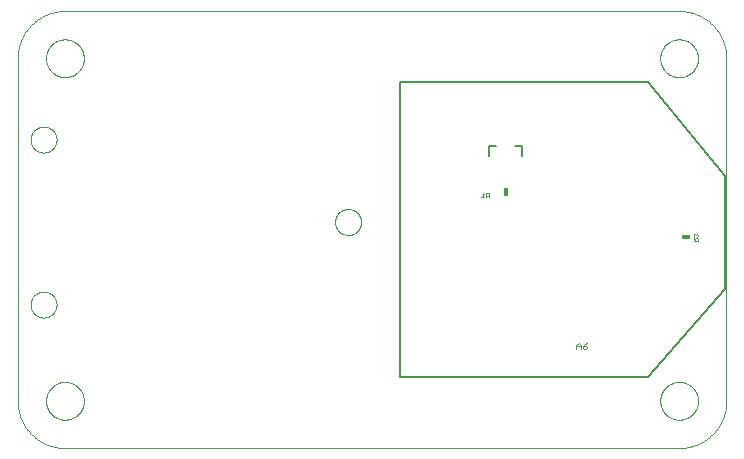
<source format=gbo>
G75*
%MOIN*%
%OFA0B0*%
%FSLAX25Y25*%
%IPPOS*%
%LPD*%
%AMOC8*
5,1,8,0,0,1.08239X$1,22.5*
%
%ADD10C,0.00200*%
%ADD11C,0.00000*%
%ADD12R,0.01600X0.02800*%
%ADD13C,0.00100*%
%ADD14C,0.00800*%
%ADD15C,0.00500*%
%ADD16R,0.02800X0.01600*%
D10*
X0230076Y0067091D02*
X0230076Y0068559D01*
X0230810Y0069293D01*
X0231544Y0068559D01*
X0231544Y0067091D01*
X0232286Y0067458D02*
X0232653Y0067091D01*
X0233387Y0067091D01*
X0233754Y0067458D01*
X0233754Y0067825D01*
X0233387Y0068192D01*
X0232286Y0068192D01*
X0232286Y0067458D01*
X0232286Y0068192D02*
X0233020Y0068926D01*
X0233754Y0069293D01*
X0231544Y0068192D02*
X0230076Y0068192D01*
D11*
X0264339Y0034156D02*
X0059614Y0034156D01*
X0053315Y0049904D02*
X0053317Y0050062D01*
X0053323Y0050220D01*
X0053333Y0050378D01*
X0053347Y0050536D01*
X0053365Y0050693D01*
X0053386Y0050850D01*
X0053412Y0051006D01*
X0053442Y0051162D01*
X0053475Y0051317D01*
X0053513Y0051470D01*
X0053554Y0051623D01*
X0053599Y0051775D01*
X0053648Y0051926D01*
X0053701Y0052075D01*
X0053757Y0052223D01*
X0053817Y0052369D01*
X0053881Y0052514D01*
X0053949Y0052657D01*
X0054020Y0052799D01*
X0054094Y0052939D01*
X0054172Y0053076D01*
X0054254Y0053212D01*
X0054338Y0053346D01*
X0054427Y0053477D01*
X0054518Y0053606D01*
X0054613Y0053733D01*
X0054710Y0053858D01*
X0054811Y0053980D01*
X0054915Y0054099D01*
X0055022Y0054216D01*
X0055132Y0054330D01*
X0055245Y0054441D01*
X0055360Y0054550D01*
X0055478Y0054655D01*
X0055599Y0054757D01*
X0055722Y0054857D01*
X0055848Y0054953D01*
X0055976Y0055046D01*
X0056106Y0055136D01*
X0056239Y0055222D01*
X0056374Y0055306D01*
X0056510Y0055385D01*
X0056649Y0055462D01*
X0056790Y0055534D01*
X0056932Y0055604D01*
X0057076Y0055669D01*
X0057222Y0055731D01*
X0057369Y0055789D01*
X0057518Y0055844D01*
X0057668Y0055895D01*
X0057819Y0055942D01*
X0057971Y0055985D01*
X0058124Y0056024D01*
X0058279Y0056060D01*
X0058434Y0056091D01*
X0058590Y0056119D01*
X0058746Y0056143D01*
X0058903Y0056163D01*
X0059061Y0056179D01*
X0059218Y0056191D01*
X0059377Y0056199D01*
X0059535Y0056203D01*
X0059693Y0056203D01*
X0059851Y0056199D01*
X0060010Y0056191D01*
X0060167Y0056179D01*
X0060325Y0056163D01*
X0060482Y0056143D01*
X0060638Y0056119D01*
X0060794Y0056091D01*
X0060949Y0056060D01*
X0061104Y0056024D01*
X0061257Y0055985D01*
X0061409Y0055942D01*
X0061560Y0055895D01*
X0061710Y0055844D01*
X0061859Y0055789D01*
X0062006Y0055731D01*
X0062152Y0055669D01*
X0062296Y0055604D01*
X0062438Y0055534D01*
X0062579Y0055462D01*
X0062718Y0055385D01*
X0062854Y0055306D01*
X0062989Y0055222D01*
X0063122Y0055136D01*
X0063252Y0055046D01*
X0063380Y0054953D01*
X0063506Y0054857D01*
X0063629Y0054757D01*
X0063750Y0054655D01*
X0063868Y0054550D01*
X0063983Y0054441D01*
X0064096Y0054330D01*
X0064206Y0054216D01*
X0064313Y0054099D01*
X0064417Y0053980D01*
X0064518Y0053858D01*
X0064615Y0053733D01*
X0064710Y0053606D01*
X0064801Y0053477D01*
X0064890Y0053346D01*
X0064974Y0053212D01*
X0065056Y0053076D01*
X0065134Y0052939D01*
X0065208Y0052799D01*
X0065279Y0052657D01*
X0065347Y0052514D01*
X0065411Y0052369D01*
X0065471Y0052223D01*
X0065527Y0052075D01*
X0065580Y0051926D01*
X0065629Y0051775D01*
X0065674Y0051623D01*
X0065715Y0051470D01*
X0065753Y0051317D01*
X0065786Y0051162D01*
X0065816Y0051006D01*
X0065842Y0050850D01*
X0065863Y0050693D01*
X0065881Y0050536D01*
X0065895Y0050378D01*
X0065905Y0050220D01*
X0065911Y0050062D01*
X0065913Y0049904D01*
X0065911Y0049746D01*
X0065905Y0049588D01*
X0065895Y0049430D01*
X0065881Y0049272D01*
X0065863Y0049115D01*
X0065842Y0048958D01*
X0065816Y0048802D01*
X0065786Y0048646D01*
X0065753Y0048491D01*
X0065715Y0048338D01*
X0065674Y0048185D01*
X0065629Y0048033D01*
X0065580Y0047882D01*
X0065527Y0047733D01*
X0065471Y0047585D01*
X0065411Y0047439D01*
X0065347Y0047294D01*
X0065279Y0047151D01*
X0065208Y0047009D01*
X0065134Y0046869D01*
X0065056Y0046732D01*
X0064974Y0046596D01*
X0064890Y0046462D01*
X0064801Y0046331D01*
X0064710Y0046202D01*
X0064615Y0046075D01*
X0064518Y0045950D01*
X0064417Y0045828D01*
X0064313Y0045709D01*
X0064206Y0045592D01*
X0064096Y0045478D01*
X0063983Y0045367D01*
X0063868Y0045258D01*
X0063750Y0045153D01*
X0063629Y0045051D01*
X0063506Y0044951D01*
X0063380Y0044855D01*
X0063252Y0044762D01*
X0063122Y0044672D01*
X0062989Y0044586D01*
X0062854Y0044502D01*
X0062718Y0044423D01*
X0062579Y0044346D01*
X0062438Y0044274D01*
X0062296Y0044204D01*
X0062152Y0044139D01*
X0062006Y0044077D01*
X0061859Y0044019D01*
X0061710Y0043964D01*
X0061560Y0043913D01*
X0061409Y0043866D01*
X0061257Y0043823D01*
X0061104Y0043784D01*
X0060949Y0043748D01*
X0060794Y0043717D01*
X0060638Y0043689D01*
X0060482Y0043665D01*
X0060325Y0043645D01*
X0060167Y0043629D01*
X0060010Y0043617D01*
X0059851Y0043609D01*
X0059693Y0043605D01*
X0059535Y0043605D01*
X0059377Y0043609D01*
X0059218Y0043617D01*
X0059061Y0043629D01*
X0058903Y0043645D01*
X0058746Y0043665D01*
X0058590Y0043689D01*
X0058434Y0043717D01*
X0058279Y0043748D01*
X0058124Y0043784D01*
X0057971Y0043823D01*
X0057819Y0043866D01*
X0057668Y0043913D01*
X0057518Y0043964D01*
X0057369Y0044019D01*
X0057222Y0044077D01*
X0057076Y0044139D01*
X0056932Y0044204D01*
X0056790Y0044274D01*
X0056649Y0044346D01*
X0056510Y0044423D01*
X0056374Y0044502D01*
X0056239Y0044586D01*
X0056106Y0044672D01*
X0055976Y0044762D01*
X0055848Y0044855D01*
X0055722Y0044951D01*
X0055599Y0045051D01*
X0055478Y0045153D01*
X0055360Y0045258D01*
X0055245Y0045367D01*
X0055132Y0045478D01*
X0055022Y0045592D01*
X0054915Y0045709D01*
X0054811Y0045828D01*
X0054710Y0045950D01*
X0054613Y0046075D01*
X0054518Y0046202D01*
X0054427Y0046331D01*
X0054338Y0046462D01*
X0054254Y0046596D01*
X0054172Y0046732D01*
X0054094Y0046869D01*
X0054020Y0047009D01*
X0053949Y0047151D01*
X0053881Y0047294D01*
X0053817Y0047439D01*
X0053757Y0047585D01*
X0053701Y0047733D01*
X0053648Y0047882D01*
X0053599Y0048033D01*
X0053554Y0048185D01*
X0053513Y0048338D01*
X0053475Y0048491D01*
X0053442Y0048646D01*
X0053412Y0048802D01*
X0053386Y0048958D01*
X0053365Y0049115D01*
X0053347Y0049272D01*
X0053333Y0049430D01*
X0053323Y0049588D01*
X0053317Y0049746D01*
X0053315Y0049904D01*
X0043866Y0049904D02*
X0043871Y0049523D01*
X0043884Y0049143D01*
X0043907Y0048763D01*
X0043940Y0048384D01*
X0043981Y0048006D01*
X0044031Y0047629D01*
X0044091Y0047253D01*
X0044159Y0046878D01*
X0044237Y0046506D01*
X0044324Y0046135D01*
X0044419Y0045767D01*
X0044524Y0045401D01*
X0044637Y0045038D01*
X0044759Y0044677D01*
X0044889Y0044320D01*
X0045029Y0043966D01*
X0045176Y0043615D01*
X0045333Y0043268D01*
X0045497Y0042925D01*
X0045670Y0042586D01*
X0045851Y0042251D01*
X0046040Y0041920D01*
X0046237Y0041595D01*
X0046441Y0041274D01*
X0046654Y0040958D01*
X0046874Y0040648D01*
X0047101Y0040342D01*
X0047336Y0040043D01*
X0047578Y0039749D01*
X0047826Y0039461D01*
X0048082Y0039179D01*
X0048345Y0038904D01*
X0048614Y0038635D01*
X0048889Y0038372D01*
X0049171Y0038116D01*
X0049459Y0037868D01*
X0049753Y0037626D01*
X0050052Y0037391D01*
X0050358Y0037164D01*
X0050668Y0036944D01*
X0050984Y0036731D01*
X0051305Y0036527D01*
X0051630Y0036330D01*
X0051961Y0036141D01*
X0052296Y0035960D01*
X0052635Y0035787D01*
X0052978Y0035623D01*
X0053325Y0035466D01*
X0053676Y0035319D01*
X0054030Y0035179D01*
X0054387Y0035049D01*
X0054748Y0034927D01*
X0055111Y0034814D01*
X0055477Y0034709D01*
X0055845Y0034614D01*
X0056216Y0034527D01*
X0056588Y0034449D01*
X0056963Y0034381D01*
X0057339Y0034321D01*
X0057716Y0034271D01*
X0058094Y0034230D01*
X0058473Y0034197D01*
X0058853Y0034174D01*
X0059233Y0034161D01*
X0059614Y0034156D01*
X0059233Y0034161D01*
X0058853Y0034174D01*
X0058473Y0034197D01*
X0058094Y0034230D01*
X0057716Y0034271D01*
X0057339Y0034321D01*
X0056963Y0034381D01*
X0056588Y0034449D01*
X0056216Y0034527D01*
X0055845Y0034614D01*
X0055477Y0034709D01*
X0055111Y0034814D01*
X0054748Y0034927D01*
X0054387Y0035049D01*
X0054030Y0035179D01*
X0053676Y0035319D01*
X0053325Y0035466D01*
X0052978Y0035623D01*
X0052635Y0035787D01*
X0052296Y0035960D01*
X0051961Y0036141D01*
X0051630Y0036330D01*
X0051305Y0036527D01*
X0050984Y0036731D01*
X0050668Y0036944D01*
X0050358Y0037164D01*
X0050052Y0037391D01*
X0049753Y0037626D01*
X0049459Y0037868D01*
X0049171Y0038116D01*
X0048889Y0038372D01*
X0048614Y0038635D01*
X0048345Y0038904D01*
X0048082Y0039179D01*
X0047826Y0039461D01*
X0047578Y0039749D01*
X0047336Y0040043D01*
X0047101Y0040342D01*
X0046874Y0040648D01*
X0046654Y0040958D01*
X0046441Y0041274D01*
X0046237Y0041595D01*
X0046040Y0041920D01*
X0045851Y0042251D01*
X0045670Y0042586D01*
X0045497Y0042925D01*
X0045333Y0043268D01*
X0045176Y0043615D01*
X0045029Y0043966D01*
X0044889Y0044320D01*
X0044759Y0044677D01*
X0044637Y0045038D01*
X0044524Y0045401D01*
X0044419Y0045767D01*
X0044324Y0046135D01*
X0044237Y0046506D01*
X0044159Y0046878D01*
X0044091Y0047253D01*
X0044031Y0047629D01*
X0043981Y0048006D01*
X0043940Y0048384D01*
X0043907Y0048763D01*
X0043884Y0049143D01*
X0043871Y0049523D01*
X0043866Y0049904D01*
X0043866Y0164077D01*
X0053315Y0164077D02*
X0053317Y0164235D01*
X0053323Y0164393D01*
X0053333Y0164551D01*
X0053347Y0164709D01*
X0053365Y0164866D01*
X0053386Y0165023D01*
X0053412Y0165179D01*
X0053442Y0165335D01*
X0053475Y0165490D01*
X0053513Y0165643D01*
X0053554Y0165796D01*
X0053599Y0165948D01*
X0053648Y0166099D01*
X0053701Y0166248D01*
X0053757Y0166396D01*
X0053817Y0166542D01*
X0053881Y0166687D01*
X0053949Y0166830D01*
X0054020Y0166972D01*
X0054094Y0167112D01*
X0054172Y0167249D01*
X0054254Y0167385D01*
X0054338Y0167519D01*
X0054427Y0167650D01*
X0054518Y0167779D01*
X0054613Y0167906D01*
X0054710Y0168031D01*
X0054811Y0168153D01*
X0054915Y0168272D01*
X0055022Y0168389D01*
X0055132Y0168503D01*
X0055245Y0168614D01*
X0055360Y0168723D01*
X0055478Y0168828D01*
X0055599Y0168930D01*
X0055722Y0169030D01*
X0055848Y0169126D01*
X0055976Y0169219D01*
X0056106Y0169309D01*
X0056239Y0169395D01*
X0056374Y0169479D01*
X0056510Y0169558D01*
X0056649Y0169635D01*
X0056790Y0169707D01*
X0056932Y0169777D01*
X0057076Y0169842D01*
X0057222Y0169904D01*
X0057369Y0169962D01*
X0057518Y0170017D01*
X0057668Y0170068D01*
X0057819Y0170115D01*
X0057971Y0170158D01*
X0058124Y0170197D01*
X0058279Y0170233D01*
X0058434Y0170264D01*
X0058590Y0170292D01*
X0058746Y0170316D01*
X0058903Y0170336D01*
X0059061Y0170352D01*
X0059218Y0170364D01*
X0059377Y0170372D01*
X0059535Y0170376D01*
X0059693Y0170376D01*
X0059851Y0170372D01*
X0060010Y0170364D01*
X0060167Y0170352D01*
X0060325Y0170336D01*
X0060482Y0170316D01*
X0060638Y0170292D01*
X0060794Y0170264D01*
X0060949Y0170233D01*
X0061104Y0170197D01*
X0061257Y0170158D01*
X0061409Y0170115D01*
X0061560Y0170068D01*
X0061710Y0170017D01*
X0061859Y0169962D01*
X0062006Y0169904D01*
X0062152Y0169842D01*
X0062296Y0169777D01*
X0062438Y0169707D01*
X0062579Y0169635D01*
X0062718Y0169558D01*
X0062854Y0169479D01*
X0062989Y0169395D01*
X0063122Y0169309D01*
X0063252Y0169219D01*
X0063380Y0169126D01*
X0063506Y0169030D01*
X0063629Y0168930D01*
X0063750Y0168828D01*
X0063868Y0168723D01*
X0063983Y0168614D01*
X0064096Y0168503D01*
X0064206Y0168389D01*
X0064313Y0168272D01*
X0064417Y0168153D01*
X0064518Y0168031D01*
X0064615Y0167906D01*
X0064710Y0167779D01*
X0064801Y0167650D01*
X0064890Y0167519D01*
X0064974Y0167385D01*
X0065056Y0167249D01*
X0065134Y0167112D01*
X0065208Y0166972D01*
X0065279Y0166830D01*
X0065347Y0166687D01*
X0065411Y0166542D01*
X0065471Y0166396D01*
X0065527Y0166248D01*
X0065580Y0166099D01*
X0065629Y0165948D01*
X0065674Y0165796D01*
X0065715Y0165643D01*
X0065753Y0165490D01*
X0065786Y0165335D01*
X0065816Y0165179D01*
X0065842Y0165023D01*
X0065863Y0164866D01*
X0065881Y0164709D01*
X0065895Y0164551D01*
X0065905Y0164393D01*
X0065911Y0164235D01*
X0065913Y0164077D01*
X0065911Y0163919D01*
X0065905Y0163761D01*
X0065895Y0163603D01*
X0065881Y0163445D01*
X0065863Y0163288D01*
X0065842Y0163131D01*
X0065816Y0162975D01*
X0065786Y0162819D01*
X0065753Y0162664D01*
X0065715Y0162511D01*
X0065674Y0162358D01*
X0065629Y0162206D01*
X0065580Y0162055D01*
X0065527Y0161906D01*
X0065471Y0161758D01*
X0065411Y0161612D01*
X0065347Y0161467D01*
X0065279Y0161324D01*
X0065208Y0161182D01*
X0065134Y0161042D01*
X0065056Y0160905D01*
X0064974Y0160769D01*
X0064890Y0160635D01*
X0064801Y0160504D01*
X0064710Y0160375D01*
X0064615Y0160248D01*
X0064518Y0160123D01*
X0064417Y0160001D01*
X0064313Y0159882D01*
X0064206Y0159765D01*
X0064096Y0159651D01*
X0063983Y0159540D01*
X0063868Y0159431D01*
X0063750Y0159326D01*
X0063629Y0159224D01*
X0063506Y0159124D01*
X0063380Y0159028D01*
X0063252Y0158935D01*
X0063122Y0158845D01*
X0062989Y0158759D01*
X0062854Y0158675D01*
X0062718Y0158596D01*
X0062579Y0158519D01*
X0062438Y0158447D01*
X0062296Y0158377D01*
X0062152Y0158312D01*
X0062006Y0158250D01*
X0061859Y0158192D01*
X0061710Y0158137D01*
X0061560Y0158086D01*
X0061409Y0158039D01*
X0061257Y0157996D01*
X0061104Y0157957D01*
X0060949Y0157921D01*
X0060794Y0157890D01*
X0060638Y0157862D01*
X0060482Y0157838D01*
X0060325Y0157818D01*
X0060167Y0157802D01*
X0060010Y0157790D01*
X0059851Y0157782D01*
X0059693Y0157778D01*
X0059535Y0157778D01*
X0059377Y0157782D01*
X0059218Y0157790D01*
X0059061Y0157802D01*
X0058903Y0157818D01*
X0058746Y0157838D01*
X0058590Y0157862D01*
X0058434Y0157890D01*
X0058279Y0157921D01*
X0058124Y0157957D01*
X0057971Y0157996D01*
X0057819Y0158039D01*
X0057668Y0158086D01*
X0057518Y0158137D01*
X0057369Y0158192D01*
X0057222Y0158250D01*
X0057076Y0158312D01*
X0056932Y0158377D01*
X0056790Y0158447D01*
X0056649Y0158519D01*
X0056510Y0158596D01*
X0056374Y0158675D01*
X0056239Y0158759D01*
X0056106Y0158845D01*
X0055976Y0158935D01*
X0055848Y0159028D01*
X0055722Y0159124D01*
X0055599Y0159224D01*
X0055478Y0159326D01*
X0055360Y0159431D01*
X0055245Y0159540D01*
X0055132Y0159651D01*
X0055022Y0159765D01*
X0054915Y0159882D01*
X0054811Y0160001D01*
X0054710Y0160123D01*
X0054613Y0160248D01*
X0054518Y0160375D01*
X0054427Y0160504D01*
X0054338Y0160635D01*
X0054254Y0160769D01*
X0054172Y0160905D01*
X0054094Y0161042D01*
X0054020Y0161182D01*
X0053949Y0161324D01*
X0053881Y0161467D01*
X0053817Y0161612D01*
X0053757Y0161758D01*
X0053701Y0161906D01*
X0053648Y0162055D01*
X0053599Y0162206D01*
X0053554Y0162358D01*
X0053513Y0162511D01*
X0053475Y0162664D01*
X0053442Y0162819D01*
X0053412Y0162975D01*
X0053386Y0163131D01*
X0053365Y0163288D01*
X0053347Y0163445D01*
X0053333Y0163603D01*
X0053323Y0163761D01*
X0053317Y0163919D01*
X0053315Y0164077D01*
X0043866Y0164077D02*
X0043871Y0164458D01*
X0043884Y0164838D01*
X0043907Y0165218D01*
X0043940Y0165597D01*
X0043981Y0165975D01*
X0044031Y0166352D01*
X0044091Y0166728D01*
X0044159Y0167103D01*
X0044237Y0167475D01*
X0044324Y0167846D01*
X0044419Y0168214D01*
X0044524Y0168580D01*
X0044637Y0168943D01*
X0044759Y0169304D01*
X0044889Y0169661D01*
X0045029Y0170015D01*
X0045176Y0170366D01*
X0045333Y0170713D01*
X0045497Y0171056D01*
X0045670Y0171395D01*
X0045851Y0171730D01*
X0046040Y0172061D01*
X0046237Y0172386D01*
X0046441Y0172707D01*
X0046654Y0173023D01*
X0046874Y0173333D01*
X0047101Y0173639D01*
X0047336Y0173938D01*
X0047578Y0174232D01*
X0047826Y0174520D01*
X0048082Y0174802D01*
X0048345Y0175077D01*
X0048614Y0175346D01*
X0048889Y0175609D01*
X0049171Y0175865D01*
X0049459Y0176113D01*
X0049753Y0176355D01*
X0050052Y0176590D01*
X0050358Y0176817D01*
X0050668Y0177037D01*
X0050984Y0177250D01*
X0051305Y0177454D01*
X0051630Y0177651D01*
X0051961Y0177840D01*
X0052296Y0178021D01*
X0052635Y0178194D01*
X0052978Y0178358D01*
X0053325Y0178515D01*
X0053676Y0178662D01*
X0054030Y0178802D01*
X0054387Y0178932D01*
X0054748Y0179054D01*
X0055111Y0179167D01*
X0055477Y0179272D01*
X0055845Y0179367D01*
X0056216Y0179454D01*
X0056588Y0179532D01*
X0056963Y0179600D01*
X0057339Y0179660D01*
X0057716Y0179710D01*
X0058094Y0179751D01*
X0058473Y0179784D01*
X0058853Y0179807D01*
X0059233Y0179820D01*
X0059614Y0179825D01*
X0264339Y0179825D01*
X0258040Y0164077D02*
X0258042Y0164235D01*
X0258048Y0164393D01*
X0258058Y0164551D01*
X0258072Y0164709D01*
X0258090Y0164866D01*
X0258111Y0165023D01*
X0258137Y0165179D01*
X0258167Y0165335D01*
X0258200Y0165490D01*
X0258238Y0165643D01*
X0258279Y0165796D01*
X0258324Y0165948D01*
X0258373Y0166099D01*
X0258426Y0166248D01*
X0258482Y0166396D01*
X0258542Y0166542D01*
X0258606Y0166687D01*
X0258674Y0166830D01*
X0258745Y0166972D01*
X0258819Y0167112D01*
X0258897Y0167249D01*
X0258979Y0167385D01*
X0259063Y0167519D01*
X0259152Y0167650D01*
X0259243Y0167779D01*
X0259338Y0167906D01*
X0259435Y0168031D01*
X0259536Y0168153D01*
X0259640Y0168272D01*
X0259747Y0168389D01*
X0259857Y0168503D01*
X0259970Y0168614D01*
X0260085Y0168723D01*
X0260203Y0168828D01*
X0260324Y0168930D01*
X0260447Y0169030D01*
X0260573Y0169126D01*
X0260701Y0169219D01*
X0260831Y0169309D01*
X0260964Y0169395D01*
X0261099Y0169479D01*
X0261235Y0169558D01*
X0261374Y0169635D01*
X0261515Y0169707D01*
X0261657Y0169777D01*
X0261801Y0169842D01*
X0261947Y0169904D01*
X0262094Y0169962D01*
X0262243Y0170017D01*
X0262393Y0170068D01*
X0262544Y0170115D01*
X0262696Y0170158D01*
X0262849Y0170197D01*
X0263004Y0170233D01*
X0263159Y0170264D01*
X0263315Y0170292D01*
X0263471Y0170316D01*
X0263628Y0170336D01*
X0263786Y0170352D01*
X0263943Y0170364D01*
X0264102Y0170372D01*
X0264260Y0170376D01*
X0264418Y0170376D01*
X0264576Y0170372D01*
X0264735Y0170364D01*
X0264892Y0170352D01*
X0265050Y0170336D01*
X0265207Y0170316D01*
X0265363Y0170292D01*
X0265519Y0170264D01*
X0265674Y0170233D01*
X0265829Y0170197D01*
X0265982Y0170158D01*
X0266134Y0170115D01*
X0266285Y0170068D01*
X0266435Y0170017D01*
X0266584Y0169962D01*
X0266731Y0169904D01*
X0266877Y0169842D01*
X0267021Y0169777D01*
X0267163Y0169707D01*
X0267304Y0169635D01*
X0267443Y0169558D01*
X0267579Y0169479D01*
X0267714Y0169395D01*
X0267847Y0169309D01*
X0267977Y0169219D01*
X0268105Y0169126D01*
X0268231Y0169030D01*
X0268354Y0168930D01*
X0268475Y0168828D01*
X0268593Y0168723D01*
X0268708Y0168614D01*
X0268821Y0168503D01*
X0268931Y0168389D01*
X0269038Y0168272D01*
X0269142Y0168153D01*
X0269243Y0168031D01*
X0269340Y0167906D01*
X0269435Y0167779D01*
X0269526Y0167650D01*
X0269615Y0167519D01*
X0269699Y0167385D01*
X0269781Y0167249D01*
X0269859Y0167112D01*
X0269933Y0166972D01*
X0270004Y0166830D01*
X0270072Y0166687D01*
X0270136Y0166542D01*
X0270196Y0166396D01*
X0270252Y0166248D01*
X0270305Y0166099D01*
X0270354Y0165948D01*
X0270399Y0165796D01*
X0270440Y0165643D01*
X0270478Y0165490D01*
X0270511Y0165335D01*
X0270541Y0165179D01*
X0270567Y0165023D01*
X0270588Y0164866D01*
X0270606Y0164709D01*
X0270620Y0164551D01*
X0270630Y0164393D01*
X0270636Y0164235D01*
X0270638Y0164077D01*
X0270636Y0163919D01*
X0270630Y0163761D01*
X0270620Y0163603D01*
X0270606Y0163445D01*
X0270588Y0163288D01*
X0270567Y0163131D01*
X0270541Y0162975D01*
X0270511Y0162819D01*
X0270478Y0162664D01*
X0270440Y0162511D01*
X0270399Y0162358D01*
X0270354Y0162206D01*
X0270305Y0162055D01*
X0270252Y0161906D01*
X0270196Y0161758D01*
X0270136Y0161612D01*
X0270072Y0161467D01*
X0270004Y0161324D01*
X0269933Y0161182D01*
X0269859Y0161042D01*
X0269781Y0160905D01*
X0269699Y0160769D01*
X0269615Y0160635D01*
X0269526Y0160504D01*
X0269435Y0160375D01*
X0269340Y0160248D01*
X0269243Y0160123D01*
X0269142Y0160001D01*
X0269038Y0159882D01*
X0268931Y0159765D01*
X0268821Y0159651D01*
X0268708Y0159540D01*
X0268593Y0159431D01*
X0268475Y0159326D01*
X0268354Y0159224D01*
X0268231Y0159124D01*
X0268105Y0159028D01*
X0267977Y0158935D01*
X0267847Y0158845D01*
X0267714Y0158759D01*
X0267579Y0158675D01*
X0267443Y0158596D01*
X0267304Y0158519D01*
X0267163Y0158447D01*
X0267021Y0158377D01*
X0266877Y0158312D01*
X0266731Y0158250D01*
X0266584Y0158192D01*
X0266435Y0158137D01*
X0266285Y0158086D01*
X0266134Y0158039D01*
X0265982Y0157996D01*
X0265829Y0157957D01*
X0265674Y0157921D01*
X0265519Y0157890D01*
X0265363Y0157862D01*
X0265207Y0157838D01*
X0265050Y0157818D01*
X0264892Y0157802D01*
X0264735Y0157790D01*
X0264576Y0157782D01*
X0264418Y0157778D01*
X0264260Y0157778D01*
X0264102Y0157782D01*
X0263943Y0157790D01*
X0263786Y0157802D01*
X0263628Y0157818D01*
X0263471Y0157838D01*
X0263315Y0157862D01*
X0263159Y0157890D01*
X0263004Y0157921D01*
X0262849Y0157957D01*
X0262696Y0157996D01*
X0262544Y0158039D01*
X0262393Y0158086D01*
X0262243Y0158137D01*
X0262094Y0158192D01*
X0261947Y0158250D01*
X0261801Y0158312D01*
X0261657Y0158377D01*
X0261515Y0158447D01*
X0261374Y0158519D01*
X0261235Y0158596D01*
X0261099Y0158675D01*
X0260964Y0158759D01*
X0260831Y0158845D01*
X0260701Y0158935D01*
X0260573Y0159028D01*
X0260447Y0159124D01*
X0260324Y0159224D01*
X0260203Y0159326D01*
X0260085Y0159431D01*
X0259970Y0159540D01*
X0259857Y0159651D01*
X0259747Y0159765D01*
X0259640Y0159882D01*
X0259536Y0160001D01*
X0259435Y0160123D01*
X0259338Y0160248D01*
X0259243Y0160375D01*
X0259152Y0160504D01*
X0259063Y0160635D01*
X0258979Y0160769D01*
X0258897Y0160905D01*
X0258819Y0161042D01*
X0258745Y0161182D01*
X0258674Y0161324D01*
X0258606Y0161467D01*
X0258542Y0161612D01*
X0258482Y0161758D01*
X0258426Y0161906D01*
X0258373Y0162055D01*
X0258324Y0162206D01*
X0258279Y0162358D01*
X0258238Y0162511D01*
X0258200Y0162664D01*
X0258167Y0162819D01*
X0258137Y0162975D01*
X0258111Y0163131D01*
X0258090Y0163288D01*
X0258072Y0163445D01*
X0258058Y0163603D01*
X0258048Y0163761D01*
X0258042Y0163919D01*
X0258040Y0164077D01*
X0264339Y0179825D02*
X0264720Y0179820D01*
X0265100Y0179807D01*
X0265480Y0179784D01*
X0265859Y0179751D01*
X0266237Y0179710D01*
X0266614Y0179660D01*
X0266990Y0179600D01*
X0267365Y0179532D01*
X0267737Y0179454D01*
X0268108Y0179367D01*
X0268476Y0179272D01*
X0268842Y0179167D01*
X0269205Y0179054D01*
X0269566Y0178932D01*
X0269923Y0178802D01*
X0270277Y0178662D01*
X0270628Y0178515D01*
X0270975Y0178358D01*
X0271318Y0178194D01*
X0271657Y0178021D01*
X0271992Y0177840D01*
X0272323Y0177651D01*
X0272648Y0177454D01*
X0272969Y0177250D01*
X0273285Y0177037D01*
X0273595Y0176817D01*
X0273901Y0176590D01*
X0274200Y0176355D01*
X0274494Y0176113D01*
X0274782Y0175865D01*
X0275064Y0175609D01*
X0275339Y0175346D01*
X0275608Y0175077D01*
X0275871Y0174802D01*
X0276127Y0174520D01*
X0276375Y0174232D01*
X0276617Y0173938D01*
X0276852Y0173639D01*
X0277079Y0173333D01*
X0277299Y0173023D01*
X0277512Y0172707D01*
X0277716Y0172386D01*
X0277913Y0172061D01*
X0278102Y0171730D01*
X0278283Y0171395D01*
X0278456Y0171056D01*
X0278620Y0170713D01*
X0278777Y0170366D01*
X0278924Y0170015D01*
X0279064Y0169661D01*
X0279194Y0169304D01*
X0279316Y0168943D01*
X0279429Y0168580D01*
X0279534Y0168214D01*
X0279629Y0167846D01*
X0279716Y0167475D01*
X0279794Y0167103D01*
X0279862Y0166728D01*
X0279922Y0166352D01*
X0279972Y0165975D01*
X0280013Y0165597D01*
X0280046Y0165218D01*
X0280069Y0164838D01*
X0280082Y0164458D01*
X0280087Y0164077D01*
X0280087Y0049904D01*
X0258040Y0049904D02*
X0258042Y0050062D01*
X0258048Y0050220D01*
X0258058Y0050378D01*
X0258072Y0050536D01*
X0258090Y0050693D01*
X0258111Y0050850D01*
X0258137Y0051006D01*
X0258167Y0051162D01*
X0258200Y0051317D01*
X0258238Y0051470D01*
X0258279Y0051623D01*
X0258324Y0051775D01*
X0258373Y0051926D01*
X0258426Y0052075D01*
X0258482Y0052223D01*
X0258542Y0052369D01*
X0258606Y0052514D01*
X0258674Y0052657D01*
X0258745Y0052799D01*
X0258819Y0052939D01*
X0258897Y0053076D01*
X0258979Y0053212D01*
X0259063Y0053346D01*
X0259152Y0053477D01*
X0259243Y0053606D01*
X0259338Y0053733D01*
X0259435Y0053858D01*
X0259536Y0053980D01*
X0259640Y0054099D01*
X0259747Y0054216D01*
X0259857Y0054330D01*
X0259970Y0054441D01*
X0260085Y0054550D01*
X0260203Y0054655D01*
X0260324Y0054757D01*
X0260447Y0054857D01*
X0260573Y0054953D01*
X0260701Y0055046D01*
X0260831Y0055136D01*
X0260964Y0055222D01*
X0261099Y0055306D01*
X0261235Y0055385D01*
X0261374Y0055462D01*
X0261515Y0055534D01*
X0261657Y0055604D01*
X0261801Y0055669D01*
X0261947Y0055731D01*
X0262094Y0055789D01*
X0262243Y0055844D01*
X0262393Y0055895D01*
X0262544Y0055942D01*
X0262696Y0055985D01*
X0262849Y0056024D01*
X0263004Y0056060D01*
X0263159Y0056091D01*
X0263315Y0056119D01*
X0263471Y0056143D01*
X0263628Y0056163D01*
X0263786Y0056179D01*
X0263943Y0056191D01*
X0264102Y0056199D01*
X0264260Y0056203D01*
X0264418Y0056203D01*
X0264576Y0056199D01*
X0264735Y0056191D01*
X0264892Y0056179D01*
X0265050Y0056163D01*
X0265207Y0056143D01*
X0265363Y0056119D01*
X0265519Y0056091D01*
X0265674Y0056060D01*
X0265829Y0056024D01*
X0265982Y0055985D01*
X0266134Y0055942D01*
X0266285Y0055895D01*
X0266435Y0055844D01*
X0266584Y0055789D01*
X0266731Y0055731D01*
X0266877Y0055669D01*
X0267021Y0055604D01*
X0267163Y0055534D01*
X0267304Y0055462D01*
X0267443Y0055385D01*
X0267579Y0055306D01*
X0267714Y0055222D01*
X0267847Y0055136D01*
X0267977Y0055046D01*
X0268105Y0054953D01*
X0268231Y0054857D01*
X0268354Y0054757D01*
X0268475Y0054655D01*
X0268593Y0054550D01*
X0268708Y0054441D01*
X0268821Y0054330D01*
X0268931Y0054216D01*
X0269038Y0054099D01*
X0269142Y0053980D01*
X0269243Y0053858D01*
X0269340Y0053733D01*
X0269435Y0053606D01*
X0269526Y0053477D01*
X0269615Y0053346D01*
X0269699Y0053212D01*
X0269781Y0053076D01*
X0269859Y0052939D01*
X0269933Y0052799D01*
X0270004Y0052657D01*
X0270072Y0052514D01*
X0270136Y0052369D01*
X0270196Y0052223D01*
X0270252Y0052075D01*
X0270305Y0051926D01*
X0270354Y0051775D01*
X0270399Y0051623D01*
X0270440Y0051470D01*
X0270478Y0051317D01*
X0270511Y0051162D01*
X0270541Y0051006D01*
X0270567Y0050850D01*
X0270588Y0050693D01*
X0270606Y0050536D01*
X0270620Y0050378D01*
X0270630Y0050220D01*
X0270636Y0050062D01*
X0270638Y0049904D01*
X0270636Y0049746D01*
X0270630Y0049588D01*
X0270620Y0049430D01*
X0270606Y0049272D01*
X0270588Y0049115D01*
X0270567Y0048958D01*
X0270541Y0048802D01*
X0270511Y0048646D01*
X0270478Y0048491D01*
X0270440Y0048338D01*
X0270399Y0048185D01*
X0270354Y0048033D01*
X0270305Y0047882D01*
X0270252Y0047733D01*
X0270196Y0047585D01*
X0270136Y0047439D01*
X0270072Y0047294D01*
X0270004Y0047151D01*
X0269933Y0047009D01*
X0269859Y0046869D01*
X0269781Y0046732D01*
X0269699Y0046596D01*
X0269615Y0046462D01*
X0269526Y0046331D01*
X0269435Y0046202D01*
X0269340Y0046075D01*
X0269243Y0045950D01*
X0269142Y0045828D01*
X0269038Y0045709D01*
X0268931Y0045592D01*
X0268821Y0045478D01*
X0268708Y0045367D01*
X0268593Y0045258D01*
X0268475Y0045153D01*
X0268354Y0045051D01*
X0268231Y0044951D01*
X0268105Y0044855D01*
X0267977Y0044762D01*
X0267847Y0044672D01*
X0267714Y0044586D01*
X0267579Y0044502D01*
X0267443Y0044423D01*
X0267304Y0044346D01*
X0267163Y0044274D01*
X0267021Y0044204D01*
X0266877Y0044139D01*
X0266731Y0044077D01*
X0266584Y0044019D01*
X0266435Y0043964D01*
X0266285Y0043913D01*
X0266134Y0043866D01*
X0265982Y0043823D01*
X0265829Y0043784D01*
X0265674Y0043748D01*
X0265519Y0043717D01*
X0265363Y0043689D01*
X0265207Y0043665D01*
X0265050Y0043645D01*
X0264892Y0043629D01*
X0264735Y0043617D01*
X0264576Y0043609D01*
X0264418Y0043605D01*
X0264260Y0043605D01*
X0264102Y0043609D01*
X0263943Y0043617D01*
X0263786Y0043629D01*
X0263628Y0043645D01*
X0263471Y0043665D01*
X0263315Y0043689D01*
X0263159Y0043717D01*
X0263004Y0043748D01*
X0262849Y0043784D01*
X0262696Y0043823D01*
X0262544Y0043866D01*
X0262393Y0043913D01*
X0262243Y0043964D01*
X0262094Y0044019D01*
X0261947Y0044077D01*
X0261801Y0044139D01*
X0261657Y0044204D01*
X0261515Y0044274D01*
X0261374Y0044346D01*
X0261235Y0044423D01*
X0261099Y0044502D01*
X0260964Y0044586D01*
X0260831Y0044672D01*
X0260701Y0044762D01*
X0260573Y0044855D01*
X0260447Y0044951D01*
X0260324Y0045051D01*
X0260203Y0045153D01*
X0260085Y0045258D01*
X0259970Y0045367D01*
X0259857Y0045478D01*
X0259747Y0045592D01*
X0259640Y0045709D01*
X0259536Y0045828D01*
X0259435Y0045950D01*
X0259338Y0046075D01*
X0259243Y0046202D01*
X0259152Y0046331D01*
X0259063Y0046462D01*
X0258979Y0046596D01*
X0258897Y0046732D01*
X0258819Y0046869D01*
X0258745Y0047009D01*
X0258674Y0047151D01*
X0258606Y0047294D01*
X0258542Y0047439D01*
X0258482Y0047585D01*
X0258426Y0047733D01*
X0258373Y0047882D01*
X0258324Y0048033D01*
X0258279Y0048185D01*
X0258238Y0048338D01*
X0258200Y0048491D01*
X0258167Y0048646D01*
X0258137Y0048802D01*
X0258111Y0048958D01*
X0258090Y0049115D01*
X0258072Y0049272D01*
X0258058Y0049430D01*
X0258048Y0049588D01*
X0258042Y0049746D01*
X0258040Y0049904D01*
X0264339Y0034156D02*
X0264720Y0034161D01*
X0265100Y0034174D01*
X0265480Y0034197D01*
X0265859Y0034230D01*
X0266237Y0034271D01*
X0266614Y0034321D01*
X0266990Y0034381D01*
X0267365Y0034449D01*
X0267737Y0034527D01*
X0268108Y0034614D01*
X0268476Y0034709D01*
X0268842Y0034814D01*
X0269205Y0034927D01*
X0269566Y0035049D01*
X0269923Y0035179D01*
X0270277Y0035319D01*
X0270628Y0035466D01*
X0270975Y0035623D01*
X0271318Y0035787D01*
X0271657Y0035960D01*
X0271992Y0036141D01*
X0272323Y0036330D01*
X0272648Y0036527D01*
X0272969Y0036731D01*
X0273285Y0036944D01*
X0273595Y0037164D01*
X0273901Y0037391D01*
X0274200Y0037626D01*
X0274494Y0037868D01*
X0274782Y0038116D01*
X0275064Y0038372D01*
X0275339Y0038635D01*
X0275608Y0038904D01*
X0275871Y0039179D01*
X0276127Y0039461D01*
X0276375Y0039749D01*
X0276617Y0040043D01*
X0276852Y0040342D01*
X0277079Y0040648D01*
X0277299Y0040958D01*
X0277512Y0041274D01*
X0277716Y0041595D01*
X0277913Y0041920D01*
X0278102Y0042251D01*
X0278283Y0042586D01*
X0278456Y0042925D01*
X0278620Y0043268D01*
X0278777Y0043615D01*
X0278924Y0043966D01*
X0279064Y0044320D01*
X0279194Y0044677D01*
X0279316Y0045038D01*
X0279429Y0045401D01*
X0279534Y0045767D01*
X0279629Y0046135D01*
X0279716Y0046506D01*
X0279794Y0046878D01*
X0279862Y0047253D01*
X0279922Y0047629D01*
X0279972Y0048006D01*
X0280013Y0048384D01*
X0280046Y0048763D01*
X0280069Y0049143D01*
X0280082Y0049523D01*
X0280087Y0049904D01*
X0280082Y0049523D01*
X0280069Y0049143D01*
X0280046Y0048763D01*
X0280013Y0048384D01*
X0279972Y0048006D01*
X0279922Y0047629D01*
X0279862Y0047253D01*
X0279794Y0046878D01*
X0279716Y0046506D01*
X0279629Y0046135D01*
X0279534Y0045767D01*
X0279429Y0045401D01*
X0279316Y0045038D01*
X0279194Y0044677D01*
X0279064Y0044320D01*
X0278924Y0043966D01*
X0278777Y0043615D01*
X0278620Y0043268D01*
X0278456Y0042925D01*
X0278283Y0042586D01*
X0278102Y0042251D01*
X0277913Y0041920D01*
X0277716Y0041595D01*
X0277512Y0041274D01*
X0277299Y0040958D01*
X0277079Y0040648D01*
X0276852Y0040342D01*
X0276617Y0040043D01*
X0276375Y0039749D01*
X0276127Y0039461D01*
X0275871Y0039179D01*
X0275608Y0038904D01*
X0275339Y0038635D01*
X0275064Y0038372D01*
X0274782Y0038116D01*
X0274494Y0037868D01*
X0274200Y0037626D01*
X0273901Y0037391D01*
X0273595Y0037164D01*
X0273285Y0036944D01*
X0272969Y0036731D01*
X0272648Y0036527D01*
X0272323Y0036330D01*
X0271992Y0036141D01*
X0271657Y0035960D01*
X0271318Y0035787D01*
X0270975Y0035623D01*
X0270628Y0035466D01*
X0270277Y0035319D01*
X0269923Y0035179D01*
X0269566Y0035049D01*
X0269205Y0034927D01*
X0268842Y0034814D01*
X0268476Y0034709D01*
X0268108Y0034614D01*
X0267737Y0034527D01*
X0267365Y0034449D01*
X0266990Y0034381D01*
X0266614Y0034321D01*
X0266237Y0034271D01*
X0265859Y0034230D01*
X0265480Y0034197D01*
X0265100Y0034174D01*
X0264720Y0034161D01*
X0264339Y0034156D01*
X0149645Y0109491D02*
X0149647Y0109622D01*
X0149653Y0109754D01*
X0149663Y0109885D01*
X0149677Y0110016D01*
X0149695Y0110146D01*
X0149717Y0110275D01*
X0149742Y0110404D01*
X0149772Y0110532D01*
X0149806Y0110659D01*
X0149843Y0110786D01*
X0149884Y0110910D01*
X0149929Y0111034D01*
X0149978Y0111156D01*
X0150030Y0111277D01*
X0150086Y0111395D01*
X0150146Y0111513D01*
X0150209Y0111628D01*
X0150276Y0111741D01*
X0150346Y0111853D01*
X0150419Y0111962D01*
X0150495Y0112068D01*
X0150575Y0112173D01*
X0150658Y0112275D01*
X0150744Y0112374D01*
X0150833Y0112471D01*
X0150925Y0112565D01*
X0151020Y0112656D01*
X0151117Y0112745D01*
X0151217Y0112830D01*
X0151320Y0112912D01*
X0151425Y0112991D01*
X0151532Y0113067D01*
X0151642Y0113139D01*
X0151754Y0113208D01*
X0151868Y0113274D01*
X0151983Y0113336D01*
X0152101Y0113395D01*
X0152220Y0113450D01*
X0152341Y0113502D01*
X0152464Y0113549D01*
X0152588Y0113593D01*
X0152713Y0113634D01*
X0152839Y0113670D01*
X0152967Y0113703D01*
X0153095Y0113731D01*
X0153224Y0113756D01*
X0153354Y0113777D01*
X0153484Y0113794D01*
X0153615Y0113807D01*
X0153746Y0113816D01*
X0153877Y0113821D01*
X0154009Y0113822D01*
X0154140Y0113819D01*
X0154272Y0113812D01*
X0154403Y0113801D01*
X0154533Y0113786D01*
X0154663Y0113767D01*
X0154793Y0113744D01*
X0154921Y0113718D01*
X0155049Y0113687D01*
X0155176Y0113652D01*
X0155302Y0113614D01*
X0155426Y0113572D01*
X0155550Y0113526D01*
X0155671Y0113476D01*
X0155791Y0113423D01*
X0155910Y0113366D01*
X0156027Y0113306D01*
X0156141Y0113242D01*
X0156254Y0113174D01*
X0156365Y0113103D01*
X0156474Y0113029D01*
X0156580Y0112952D01*
X0156684Y0112871D01*
X0156785Y0112788D01*
X0156884Y0112701D01*
X0156980Y0112611D01*
X0157073Y0112518D01*
X0157164Y0112423D01*
X0157251Y0112325D01*
X0157336Y0112224D01*
X0157417Y0112121D01*
X0157495Y0112015D01*
X0157570Y0111907D01*
X0157642Y0111797D01*
X0157710Y0111685D01*
X0157775Y0111571D01*
X0157836Y0111454D01*
X0157894Y0111336D01*
X0157948Y0111216D01*
X0157999Y0111095D01*
X0158046Y0110972D01*
X0158089Y0110848D01*
X0158128Y0110723D01*
X0158164Y0110596D01*
X0158195Y0110468D01*
X0158223Y0110340D01*
X0158247Y0110211D01*
X0158267Y0110081D01*
X0158283Y0109950D01*
X0158295Y0109819D01*
X0158303Y0109688D01*
X0158307Y0109557D01*
X0158307Y0109425D01*
X0158303Y0109294D01*
X0158295Y0109163D01*
X0158283Y0109032D01*
X0158267Y0108901D01*
X0158247Y0108771D01*
X0158223Y0108642D01*
X0158195Y0108514D01*
X0158164Y0108386D01*
X0158128Y0108259D01*
X0158089Y0108134D01*
X0158046Y0108010D01*
X0157999Y0107887D01*
X0157948Y0107766D01*
X0157894Y0107646D01*
X0157836Y0107528D01*
X0157775Y0107411D01*
X0157710Y0107297D01*
X0157642Y0107185D01*
X0157570Y0107075D01*
X0157495Y0106967D01*
X0157417Y0106861D01*
X0157336Y0106758D01*
X0157251Y0106657D01*
X0157164Y0106559D01*
X0157073Y0106464D01*
X0156980Y0106371D01*
X0156884Y0106281D01*
X0156785Y0106194D01*
X0156684Y0106111D01*
X0156580Y0106030D01*
X0156474Y0105953D01*
X0156365Y0105879D01*
X0156254Y0105808D01*
X0156142Y0105740D01*
X0156027Y0105676D01*
X0155910Y0105616D01*
X0155791Y0105559D01*
X0155671Y0105506D01*
X0155550Y0105456D01*
X0155426Y0105410D01*
X0155302Y0105368D01*
X0155176Y0105330D01*
X0155049Y0105295D01*
X0154921Y0105264D01*
X0154793Y0105238D01*
X0154663Y0105215D01*
X0154533Y0105196D01*
X0154403Y0105181D01*
X0154272Y0105170D01*
X0154140Y0105163D01*
X0154009Y0105160D01*
X0153877Y0105161D01*
X0153746Y0105166D01*
X0153615Y0105175D01*
X0153484Y0105188D01*
X0153354Y0105205D01*
X0153224Y0105226D01*
X0153095Y0105251D01*
X0152967Y0105279D01*
X0152839Y0105312D01*
X0152713Y0105348D01*
X0152588Y0105389D01*
X0152464Y0105433D01*
X0152341Y0105480D01*
X0152220Y0105532D01*
X0152101Y0105587D01*
X0151983Y0105646D01*
X0151868Y0105708D01*
X0151754Y0105774D01*
X0151642Y0105843D01*
X0151532Y0105915D01*
X0151425Y0105991D01*
X0151320Y0106070D01*
X0151217Y0106152D01*
X0151117Y0106237D01*
X0151020Y0106326D01*
X0150925Y0106417D01*
X0150833Y0106511D01*
X0150744Y0106608D01*
X0150658Y0106707D01*
X0150575Y0106809D01*
X0150495Y0106914D01*
X0150419Y0107020D01*
X0150346Y0107129D01*
X0150276Y0107241D01*
X0150209Y0107354D01*
X0150146Y0107469D01*
X0150086Y0107587D01*
X0150030Y0107705D01*
X0149978Y0107826D01*
X0149929Y0107948D01*
X0149884Y0108072D01*
X0149843Y0108196D01*
X0149806Y0108323D01*
X0149772Y0108450D01*
X0149742Y0108578D01*
X0149717Y0108707D01*
X0149695Y0108836D01*
X0149677Y0108966D01*
X0149663Y0109097D01*
X0149653Y0109228D01*
X0149647Y0109360D01*
X0149645Y0109491D01*
X0059614Y0179825D02*
X0059233Y0179820D01*
X0058853Y0179807D01*
X0058473Y0179784D01*
X0058094Y0179751D01*
X0057716Y0179710D01*
X0057339Y0179660D01*
X0056963Y0179600D01*
X0056588Y0179532D01*
X0056216Y0179454D01*
X0055845Y0179367D01*
X0055477Y0179272D01*
X0055111Y0179167D01*
X0054748Y0179054D01*
X0054387Y0178932D01*
X0054030Y0178802D01*
X0053676Y0178662D01*
X0053325Y0178515D01*
X0052978Y0178358D01*
X0052635Y0178194D01*
X0052296Y0178021D01*
X0051961Y0177840D01*
X0051630Y0177651D01*
X0051305Y0177454D01*
X0050984Y0177250D01*
X0050668Y0177037D01*
X0050358Y0176817D01*
X0050052Y0176590D01*
X0049753Y0176355D01*
X0049459Y0176113D01*
X0049171Y0175865D01*
X0048889Y0175609D01*
X0048614Y0175346D01*
X0048345Y0175077D01*
X0048082Y0174802D01*
X0047826Y0174520D01*
X0047578Y0174232D01*
X0047336Y0173938D01*
X0047101Y0173639D01*
X0046874Y0173333D01*
X0046654Y0173023D01*
X0046441Y0172707D01*
X0046237Y0172386D01*
X0046040Y0172061D01*
X0045851Y0171730D01*
X0045670Y0171395D01*
X0045497Y0171056D01*
X0045333Y0170713D01*
X0045176Y0170366D01*
X0045029Y0170015D01*
X0044889Y0169661D01*
X0044759Y0169304D01*
X0044637Y0168943D01*
X0044524Y0168580D01*
X0044419Y0168214D01*
X0044324Y0167846D01*
X0044237Y0167475D01*
X0044159Y0167103D01*
X0044091Y0166728D01*
X0044031Y0166352D01*
X0043981Y0165975D01*
X0043940Y0165597D01*
X0043907Y0165218D01*
X0043884Y0164838D01*
X0043871Y0164458D01*
X0043866Y0164077D01*
X0048145Y0136991D02*
X0048147Y0137122D01*
X0048153Y0137254D01*
X0048163Y0137385D01*
X0048177Y0137516D01*
X0048195Y0137646D01*
X0048217Y0137775D01*
X0048242Y0137904D01*
X0048272Y0138032D01*
X0048306Y0138159D01*
X0048343Y0138286D01*
X0048384Y0138410D01*
X0048429Y0138534D01*
X0048478Y0138656D01*
X0048530Y0138777D01*
X0048586Y0138895D01*
X0048646Y0139013D01*
X0048709Y0139128D01*
X0048776Y0139241D01*
X0048846Y0139353D01*
X0048919Y0139462D01*
X0048995Y0139568D01*
X0049075Y0139673D01*
X0049158Y0139775D01*
X0049244Y0139874D01*
X0049333Y0139971D01*
X0049425Y0140065D01*
X0049520Y0140156D01*
X0049617Y0140245D01*
X0049717Y0140330D01*
X0049820Y0140412D01*
X0049925Y0140491D01*
X0050032Y0140567D01*
X0050142Y0140639D01*
X0050254Y0140708D01*
X0050368Y0140774D01*
X0050483Y0140836D01*
X0050601Y0140895D01*
X0050720Y0140950D01*
X0050841Y0141002D01*
X0050964Y0141049D01*
X0051088Y0141093D01*
X0051213Y0141134D01*
X0051339Y0141170D01*
X0051467Y0141203D01*
X0051595Y0141231D01*
X0051724Y0141256D01*
X0051854Y0141277D01*
X0051984Y0141294D01*
X0052115Y0141307D01*
X0052246Y0141316D01*
X0052377Y0141321D01*
X0052509Y0141322D01*
X0052640Y0141319D01*
X0052772Y0141312D01*
X0052903Y0141301D01*
X0053033Y0141286D01*
X0053163Y0141267D01*
X0053293Y0141244D01*
X0053421Y0141218D01*
X0053549Y0141187D01*
X0053676Y0141152D01*
X0053802Y0141114D01*
X0053926Y0141072D01*
X0054050Y0141026D01*
X0054171Y0140976D01*
X0054291Y0140923D01*
X0054410Y0140866D01*
X0054527Y0140806D01*
X0054641Y0140742D01*
X0054754Y0140674D01*
X0054865Y0140603D01*
X0054974Y0140529D01*
X0055080Y0140452D01*
X0055184Y0140371D01*
X0055285Y0140288D01*
X0055384Y0140201D01*
X0055480Y0140111D01*
X0055573Y0140018D01*
X0055664Y0139923D01*
X0055751Y0139825D01*
X0055836Y0139724D01*
X0055917Y0139621D01*
X0055995Y0139515D01*
X0056070Y0139407D01*
X0056142Y0139297D01*
X0056210Y0139185D01*
X0056275Y0139071D01*
X0056336Y0138954D01*
X0056394Y0138836D01*
X0056448Y0138716D01*
X0056499Y0138595D01*
X0056546Y0138472D01*
X0056589Y0138348D01*
X0056628Y0138223D01*
X0056664Y0138096D01*
X0056695Y0137968D01*
X0056723Y0137840D01*
X0056747Y0137711D01*
X0056767Y0137581D01*
X0056783Y0137450D01*
X0056795Y0137319D01*
X0056803Y0137188D01*
X0056807Y0137057D01*
X0056807Y0136925D01*
X0056803Y0136794D01*
X0056795Y0136663D01*
X0056783Y0136532D01*
X0056767Y0136401D01*
X0056747Y0136271D01*
X0056723Y0136142D01*
X0056695Y0136014D01*
X0056664Y0135886D01*
X0056628Y0135759D01*
X0056589Y0135634D01*
X0056546Y0135510D01*
X0056499Y0135387D01*
X0056448Y0135266D01*
X0056394Y0135146D01*
X0056336Y0135028D01*
X0056275Y0134911D01*
X0056210Y0134797D01*
X0056142Y0134685D01*
X0056070Y0134575D01*
X0055995Y0134467D01*
X0055917Y0134361D01*
X0055836Y0134258D01*
X0055751Y0134157D01*
X0055664Y0134059D01*
X0055573Y0133964D01*
X0055480Y0133871D01*
X0055384Y0133781D01*
X0055285Y0133694D01*
X0055184Y0133611D01*
X0055080Y0133530D01*
X0054974Y0133453D01*
X0054865Y0133379D01*
X0054754Y0133308D01*
X0054642Y0133240D01*
X0054527Y0133176D01*
X0054410Y0133116D01*
X0054291Y0133059D01*
X0054171Y0133006D01*
X0054050Y0132956D01*
X0053926Y0132910D01*
X0053802Y0132868D01*
X0053676Y0132830D01*
X0053549Y0132795D01*
X0053421Y0132764D01*
X0053293Y0132738D01*
X0053163Y0132715D01*
X0053033Y0132696D01*
X0052903Y0132681D01*
X0052772Y0132670D01*
X0052640Y0132663D01*
X0052509Y0132660D01*
X0052377Y0132661D01*
X0052246Y0132666D01*
X0052115Y0132675D01*
X0051984Y0132688D01*
X0051854Y0132705D01*
X0051724Y0132726D01*
X0051595Y0132751D01*
X0051467Y0132779D01*
X0051339Y0132812D01*
X0051213Y0132848D01*
X0051088Y0132889D01*
X0050964Y0132933D01*
X0050841Y0132980D01*
X0050720Y0133032D01*
X0050601Y0133087D01*
X0050483Y0133146D01*
X0050368Y0133208D01*
X0050254Y0133274D01*
X0050142Y0133343D01*
X0050032Y0133415D01*
X0049925Y0133491D01*
X0049820Y0133570D01*
X0049717Y0133652D01*
X0049617Y0133737D01*
X0049520Y0133826D01*
X0049425Y0133917D01*
X0049333Y0134011D01*
X0049244Y0134108D01*
X0049158Y0134207D01*
X0049075Y0134309D01*
X0048995Y0134414D01*
X0048919Y0134520D01*
X0048846Y0134629D01*
X0048776Y0134741D01*
X0048709Y0134854D01*
X0048646Y0134969D01*
X0048586Y0135087D01*
X0048530Y0135205D01*
X0048478Y0135326D01*
X0048429Y0135448D01*
X0048384Y0135572D01*
X0048343Y0135696D01*
X0048306Y0135823D01*
X0048272Y0135950D01*
X0048242Y0136078D01*
X0048217Y0136207D01*
X0048195Y0136336D01*
X0048177Y0136466D01*
X0048163Y0136597D01*
X0048153Y0136728D01*
X0048147Y0136860D01*
X0048145Y0136991D01*
X0048145Y0081991D02*
X0048147Y0082122D01*
X0048153Y0082254D01*
X0048163Y0082385D01*
X0048177Y0082516D01*
X0048195Y0082646D01*
X0048217Y0082775D01*
X0048242Y0082904D01*
X0048272Y0083032D01*
X0048306Y0083159D01*
X0048343Y0083286D01*
X0048384Y0083410D01*
X0048429Y0083534D01*
X0048478Y0083656D01*
X0048530Y0083777D01*
X0048586Y0083895D01*
X0048646Y0084013D01*
X0048709Y0084128D01*
X0048776Y0084241D01*
X0048846Y0084353D01*
X0048919Y0084462D01*
X0048995Y0084568D01*
X0049075Y0084673D01*
X0049158Y0084775D01*
X0049244Y0084874D01*
X0049333Y0084971D01*
X0049425Y0085065D01*
X0049520Y0085156D01*
X0049617Y0085245D01*
X0049717Y0085330D01*
X0049820Y0085412D01*
X0049925Y0085491D01*
X0050032Y0085567D01*
X0050142Y0085639D01*
X0050254Y0085708D01*
X0050368Y0085774D01*
X0050483Y0085836D01*
X0050601Y0085895D01*
X0050720Y0085950D01*
X0050841Y0086002D01*
X0050964Y0086049D01*
X0051088Y0086093D01*
X0051213Y0086134D01*
X0051339Y0086170D01*
X0051467Y0086203D01*
X0051595Y0086231D01*
X0051724Y0086256D01*
X0051854Y0086277D01*
X0051984Y0086294D01*
X0052115Y0086307D01*
X0052246Y0086316D01*
X0052377Y0086321D01*
X0052509Y0086322D01*
X0052640Y0086319D01*
X0052772Y0086312D01*
X0052903Y0086301D01*
X0053033Y0086286D01*
X0053163Y0086267D01*
X0053293Y0086244D01*
X0053421Y0086218D01*
X0053549Y0086187D01*
X0053676Y0086152D01*
X0053802Y0086114D01*
X0053926Y0086072D01*
X0054050Y0086026D01*
X0054171Y0085976D01*
X0054291Y0085923D01*
X0054410Y0085866D01*
X0054527Y0085806D01*
X0054641Y0085742D01*
X0054754Y0085674D01*
X0054865Y0085603D01*
X0054974Y0085529D01*
X0055080Y0085452D01*
X0055184Y0085371D01*
X0055285Y0085288D01*
X0055384Y0085201D01*
X0055480Y0085111D01*
X0055573Y0085018D01*
X0055664Y0084923D01*
X0055751Y0084825D01*
X0055836Y0084724D01*
X0055917Y0084621D01*
X0055995Y0084515D01*
X0056070Y0084407D01*
X0056142Y0084297D01*
X0056210Y0084185D01*
X0056275Y0084071D01*
X0056336Y0083954D01*
X0056394Y0083836D01*
X0056448Y0083716D01*
X0056499Y0083595D01*
X0056546Y0083472D01*
X0056589Y0083348D01*
X0056628Y0083223D01*
X0056664Y0083096D01*
X0056695Y0082968D01*
X0056723Y0082840D01*
X0056747Y0082711D01*
X0056767Y0082581D01*
X0056783Y0082450D01*
X0056795Y0082319D01*
X0056803Y0082188D01*
X0056807Y0082057D01*
X0056807Y0081925D01*
X0056803Y0081794D01*
X0056795Y0081663D01*
X0056783Y0081532D01*
X0056767Y0081401D01*
X0056747Y0081271D01*
X0056723Y0081142D01*
X0056695Y0081014D01*
X0056664Y0080886D01*
X0056628Y0080759D01*
X0056589Y0080634D01*
X0056546Y0080510D01*
X0056499Y0080387D01*
X0056448Y0080266D01*
X0056394Y0080146D01*
X0056336Y0080028D01*
X0056275Y0079911D01*
X0056210Y0079797D01*
X0056142Y0079685D01*
X0056070Y0079575D01*
X0055995Y0079467D01*
X0055917Y0079361D01*
X0055836Y0079258D01*
X0055751Y0079157D01*
X0055664Y0079059D01*
X0055573Y0078964D01*
X0055480Y0078871D01*
X0055384Y0078781D01*
X0055285Y0078694D01*
X0055184Y0078611D01*
X0055080Y0078530D01*
X0054974Y0078453D01*
X0054865Y0078379D01*
X0054754Y0078308D01*
X0054642Y0078240D01*
X0054527Y0078176D01*
X0054410Y0078116D01*
X0054291Y0078059D01*
X0054171Y0078006D01*
X0054050Y0077956D01*
X0053926Y0077910D01*
X0053802Y0077868D01*
X0053676Y0077830D01*
X0053549Y0077795D01*
X0053421Y0077764D01*
X0053293Y0077738D01*
X0053163Y0077715D01*
X0053033Y0077696D01*
X0052903Y0077681D01*
X0052772Y0077670D01*
X0052640Y0077663D01*
X0052509Y0077660D01*
X0052377Y0077661D01*
X0052246Y0077666D01*
X0052115Y0077675D01*
X0051984Y0077688D01*
X0051854Y0077705D01*
X0051724Y0077726D01*
X0051595Y0077751D01*
X0051467Y0077779D01*
X0051339Y0077812D01*
X0051213Y0077848D01*
X0051088Y0077889D01*
X0050964Y0077933D01*
X0050841Y0077980D01*
X0050720Y0078032D01*
X0050601Y0078087D01*
X0050483Y0078146D01*
X0050368Y0078208D01*
X0050254Y0078274D01*
X0050142Y0078343D01*
X0050032Y0078415D01*
X0049925Y0078491D01*
X0049820Y0078570D01*
X0049717Y0078652D01*
X0049617Y0078737D01*
X0049520Y0078826D01*
X0049425Y0078917D01*
X0049333Y0079011D01*
X0049244Y0079108D01*
X0049158Y0079207D01*
X0049075Y0079309D01*
X0048995Y0079414D01*
X0048919Y0079520D01*
X0048846Y0079629D01*
X0048776Y0079741D01*
X0048709Y0079854D01*
X0048646Y0079969D01*
X0048586Y0080087D01*
X0048530Y0080205D01*
X0048478Y0080326D01*
X0048429Y0080448D01*
X0048384Y0080572D01*
X0048343Y0080696D01*
X0048306Y0080823D01*
X0048272Y0080950D01*
X0048242Y0081078D01*
X0048217Y0081207D01*
X0048195Y0081336D01*
X0048177Y0081466D01*
X0048163Y0081597D01*
X0048153Y0081728D01*
X0048147Y0081860D01*
X0048145Y0081991D01*
X0264339Y0179825D02*
X0264720Y0179820D01*
X0265100Y0179807D01*
X0265480Y0179784D01*
X0265859Y0179751D01*
X0266237Y0179710D01*
X0266614Y0179660D01*
X0266990Y0179600D01*
X0267365Y0179532D01*
X0267737Y0179454D01*
X0268108Y0179367D01*
X0268476Y0179272D01*
X0268842Y0179167D01*
X0269205Y0179054D01*
X0269566Y0178932D01*
X0269923Y0178802D01*
X0270277Y0178662D01*
X0270628Y0178515D01*
X0270975Y0178358D01*
X0271318Y0178194D01*
X0271657Y0178021D01*
X0271992Y0177840D01*
X0272323Y0177651D01*
X0272648Y0177454D01*
X0272969Y0177250D01*
X0273285Y0177037D01*
X0273595Y0176817D01*
X0273901Y0176590D01*
X0274200Y0176355D01*
X0274494Y0176113D01*
X0274782Y0175865D01*
X0275064Y0175609D01*
X0275339Y0175346D01*
X0275608Y0175077D01*
X0275871Y0174802D01*
X0276127Y0174520D01*
X0276375Y0174232D01*
X0276617Y0173938D01*
X0276852Y0173639D01*
X0277079Y0173333D01*
X0277299Y0173023D01*
X0277512Y0172707D01*
X0277716Y0172386D01*
X0277913Y0172061D01*
X0278102Y0171730D01*
X0278283Y0171395D01*
X0278456Y0171056D01*
X0278620Y0170713D01*
X0278777Y0170366D01*
X0278924Y0170015D01*
X0279064Y0169661D01*
X0279194Y0169304D01*
X0279316Y0168943D01*
X0279429Y0168580D01*
X0279534Y0168214D01*
X0279629Y0167846D01*
X0279716Y0167475D01*
X0279794Y0167103D01*
X0279862Y0166728D01*
X0279922Y0166352D01*
X0279972Y0165975D01*
X0280013Y0165597D01*
X0280046Y0165218D01*
X0280069Y0164838D01*
X0280082Y0164458D01*
X0280087Y0164077D01*
D12*
X0206476Y0119491D03*
D13*
X0200873Y0119192D02*
X0200873Y0117691D01*
X0200873Y0118191D02*
X0200122Y0118191D01*
X0199872Y0118441D01*
X0199872Y0118942D01*
X0200122Y0119192D01*
X0200873Y0119192D01*
X0200372Y0118191D02*
X0199872Y0117691D01*
X0199400Y0117691D02*
X0198399Y0117691D01*
X0198899Y0117691D02*
X0198899Y0119192D01*
X0199400Y0118692D01*
X0269176Y0105318D02*
X0269176Y0104818D01*
X0269427Y0104568D01*
X0269176Y0104095D02*
X0269677Y0103595D01*
X0269677Y0103845D02*
X0269677Y0103094D01*
X0269176Y0103094D02*
X0270678Y0103094D01*
X0270678Y0103845D01*
X0270427Y0104095D01*
X0269927Y0104095D01*
X0269677Y0103845D01*
X0270427Y0104568D02*
X0270678Y0104818D01*
X0270678Y0105318D01*
X0270427Y0105568D01*
X0270177Y0105568D01*
X0269927Y0105318D01*
X0269677Y0105568D01*
X0269427Y0105568D01*
X0269176Y0105318D01*
X0269927Y0105318D02*
X0269927Y0105068D01*
D14*
X0211988Y0131597D02*
X0211988Y0134747D01*
X0209626Y0134747D01*
X0203327Y0134747D02*
X0200965Y0134747D01*
X0200965Y0131597D01*
D15*
X0171358Y0156203D02*
X0254035Y0156203D01*
X0279626Y0124707D01*
X0279626Y0087306D01*
X0254035Y0057778D01*
X0171358Y0057778D01*
X0171358Y0156203D01*
D16*
X0266476Y0104491D03*
M02*

</source>
